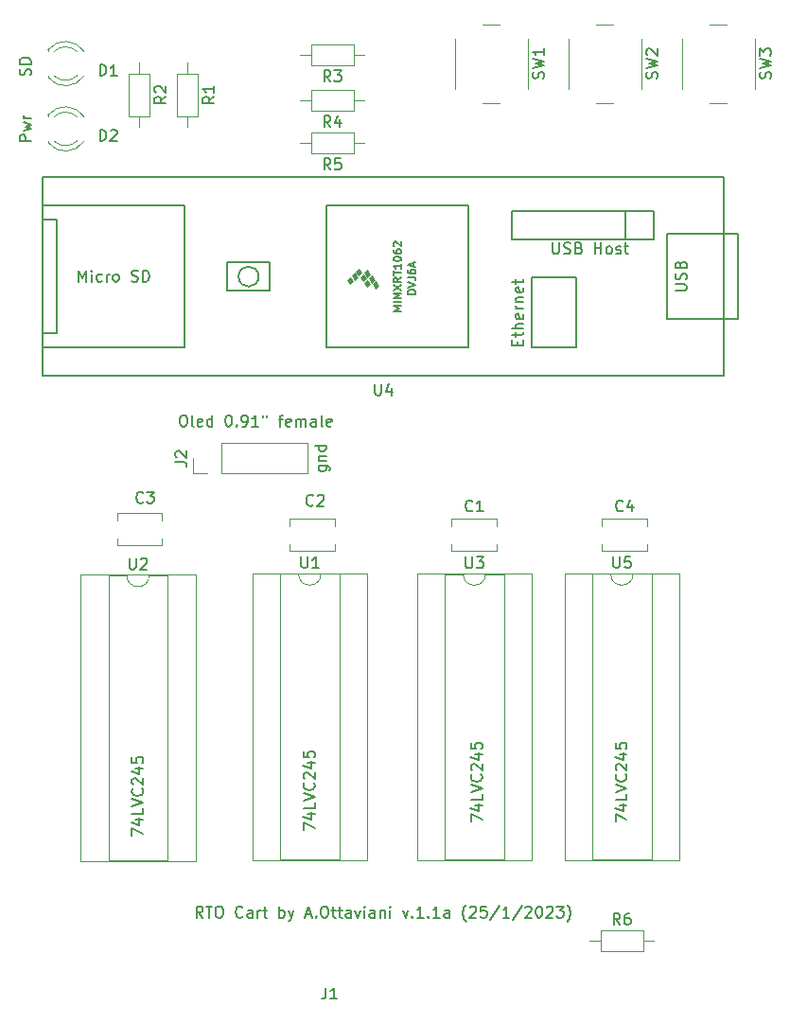
<source format=gto>
G04 #@! TF.GenerationSoftware,KiCad,Pcbnew,(6.0.6)*
G04 #@! TF.CreationDate,2023-01-25T21:08:39+01:00*
G04 #@! TF.ProjectId,RTO_cart,52544f5f-6361-4727-942e-6b696361645f,rev?*
G04 #@! TF.SameCoordinates,Original*
G04 #@! TF.FileFunction,Legend,Top*
G04 #@! TF.FilePolarity,Positive*
%FSLAX46Y46*%
G04 Gerber Fmt 4.6, Leading zero omitted, Abs format (unit mm)*
G04 Created by KiCad (PCBNEW (6.0.6)) date 2023-01-25 21:08:39*
%MOMM*%
%LPD*%
G01*
G04 APERTURE LIST*
%ADD10C,0.150000*%
%ADD11C,0.120000*%
%ADD12C,0.100000*%
%ADD13C,1.600000*%
%ADD14R,1.600000X1.600000*%
%ADD15O,1.600000X1.600000*%
%ADD16C,1.400000*%
%ADD17O,1.400000X1.400000*%
%ADD18R,1.300000X1.300000*%
%ADD19C,1.300000*%
%ADD20R,1.800000X1.800000*%
%ADD21C,1.800000*%
%ADD22C,2.000000*%
%ADD23R,1.700000X1.700000*%
%ADD24O,1.700000X1.700000*%
%ADD25R,1.270000X8.840000*%
G04 APERTURE END LIST*
D10*
X112053714Y-135056476D02*
X112863238Y-135056476D01*
X112958476Y-135104095D01*
X113006095Y-135151714D01*
X113053714Y-135246952D01*
X113053714Y-135389809D01*
X113006095Y-135485047D01*
X112672761Y-135056476D02*
X112720380Y-135151714D01*
X112720380Y-135342190D01*
X112672761Y-135437428D01*
X112625142Y-135485047D01*
X112529904Y-135532666D01*
X112244190Y-135532666D01*
X112148952Y-135485047D01*
X112101333Y-135437428D01*
X112053714Y-135342190D01*
X112053714Y-135151714D01*
X112101333Y-135056476D01*
X112053714Y-134580285D02*
X112720380Y-134580285D01*
X112148952Y-134580285D02*
X112101333Y-134532666D01*
X112053714Y-134437428D01*
X112053714Y-134294571D01*
X112101333Y-134199333D01*
X112196571Y-134151714D01*
X112720380Y-134151714D01*
X112720380Y-133246952D02*
X111720380Y-133246952D01*
X112672761Y-133246952D02*
X112720380Y-133342190D01*
X112720380Y-133532666D01*
X112672761Y-133627904D01*
X112625142Y-133675523D01*
X112529904Y-133723142D01*
X112244190Y-133723142D01*
X112148952Y-133675523D01*
X112101333Y-133627904D01*
X112053714Y-133532666D01*
X112053714Y-133342190D01*
X112101333Y-133246952D01*
X86256761Y-100099714D02*
X86304380Y-99956857D01*
X86304380Y-99718761D01*
X86256761Y-99623523D01*
X86209142Y-99575904D01*
X86113904Y-99528285D01*
X86018666Y-99528285D01*
X85923428Y-99575904D01*
X85875809Y-99623523D01*
X85828190Y-99718761D01*
X85780571Y-99909238D01*
X85732952Y-100004476D01*
X85685333Y-100052095D01*
X85590095Y-100099714D01*
X85494857Y-100099714D01*
X85399619Y-100052095D01*
X85352000Y-100004476D01*
X85304380Y-99909238D01*
X85304380Y-99671142D01*
X85352000Y-99528285D01*
X86304380Y-99099714D02*
X85304380Y-99099714D01*
X85304380Y-98861619D01*
X85352000Y-98718761D01*
X85447238Y-98623523D01*
X85542476Y-98575904D01*
X85732952Y-98528285D01*
X85875809Y-98528285D01*
X86066285Y-98575904D01*
X86161523Y-98623523D01*
X86256761Y-98718761D01*
X86304380Y-98861619D01*
X86304380Y-99099714D01*
X101689333Y-175458380D02*
X101356000Y-174982190D01*
X101117904Y-175458380D02*
X101117904Y-174458380D01*
X101498857Y-174458380D01*
X101594095Y-174506000D01*
X101641714Y-174553619D01*
X101689333Y-174648857D01*
X101689333Y-174791714D01*
X101641714Y-174886952D01*
X101594095Y-174934571D01*
X101498857Y-174982190D01*
X101117904Y-174982190D01*
X101975047Y-174458380D02*
X102546476Y-174458380D01*
X102260761Y-175458380D02*
X102260761Y-174458380D01*
X103070285Y-174458380D02*
X103260761Y-174458380D01*
X103356000Y-174506000D01*
X103451238Y-174601238D01*
X103498857Y-174791714D01*
X103498857Y-175125047D01*
X103451238Y-175315523D01*
X103356000Y-175410761D01*
X103260761Y-175458380D01*
X103070285Y-175458380D01*
X102975047Y-175410761D01*
X102879809Y-175315523D01*
X102832190Y-175125047D01*
X102832190Y-174791714D01*
X102879809Y-174601238D01*
X102975047Y-174506000D01*
X103070285Y-174458380D01*
X105260761Y-175363142D02*
X105213142Y-175410761D01*
X105070285Y-175458380D01*
X104975047Y-175458380D01*
X104832190Y-175410761D01*
X104736952Y-175315523D01*
X104689333Y-175220285D01*
X104641714Y-175029809D01*
X104641714Y-174886952D01*
X104689333Y-174696476D01*
X104736952Y-174601238D01*
X104832190Y-174506000D01*
X104975047Y-174458380D01*
X105070285Y-174458380D01*
X105213142Y-174506000D01*
X105260761Y-174553619D01*
X106117904Y-175458380D02*
X106117904Y-174934571D01*
X106070285Y-174839333D01*
X105975047Y-174791714D01*
X105784571Y-174791714D01*
X105689333Y-174839333D01*
X106117904Y-175410761D02*
X106022666Y-175458380D01*
X105784571Y-175458380D01*
X105689333Y-175410761D01*
X105641714Y-175315523D01*
X105641714Y-175220285D01*
X105689333Y-175125047D01*
X105784571Y-175077428D01*
X106022666Y-175077428D01*
X106117904Y-175029809D01*
X106594095Y-175458380D02*
X106594095Y-174791714D01*
X106594095Y-174982190D02*
X106641714Y-174886952D01*
X106689333Y-174839333D01*
X106784571Y-174791714D01*
X106879809Y-174791714D01*
X107070285Y-174791714D02*
X107451238Y-174791714D01*
X107213142Y-174458380D02*
X107213142Y-175315523D01*
X107260761Y-175410761D01*
X107356000Y-175458380D01*
X107451238Y-175458380D01*
X108546476Y-175458380D02*
X108546476Y-174458380D01*
X108546476Y-174839333D02*
X108641714Y-174791714D01*
X108832190Y-174791714D01*
X108927428Y-174839333D01*
X108975047Y-174886952D01*
X109022666Y-174982190D01*
X109022666Y-175267904D01*
X108975047Y-175363142D01*
X108927428Y-175410761D01*
X108832190Y-175458380D01*
X108641714Y-175458380D01*
X108546476Y-175410761D01*
X109356000Y-174791714D02*
X109594095Y-175458380D01*
X109832190Y-174791714D02*
X109594095Y-175458380D01*
X109498857Y-175696476D01*
X109451238Y-175744095D01*
X109356000Y-175791714D01*
X110927428Y-175172666D02*
X111403619Y-175172666D01*
X110832190Y-175458380D02*
X111165523Y-174458380D01*
X111498857Y-175458380D01*
X111832190Y-175363142D02*
X111879809Y-175410761D01*
X111832190Y-175458380D01*
X111784571Y-175410761D01*
X111832190Y-175363142D01*
X111832190Y-175458380D01*
X112498857Y-174458380D02*
X112689333Y-174458380D01*
X112784571Y-174506000D01*
X112879809Y-174601238D01*
X112927428Y-174791714D01*
X112927428Y-175125047D01*
X112879809Y-175315523D01*
X112784571Y-175410761D01*
X112689333Y-175458380D01*
X112498857Y-175458380D01*
X112403619Y-175410761D01*
X112308380Y-175315523D01*
X112260761Y-175125047D01*
X112260761Y-174791714D01*
X112308380Y-174601238D01*
X112403619Y-174506000D01*
X112498857Y-174458380D01*
X113213142Y-174791714D02*
X113594095Y-174791714D01*
X113356000Y-174458380D02*
X113356000Y-175315523D01*
X113403619Y-175410761D01*
X113498857Y-175458380D01*
X113594095Y-175458380D01*
X113784571Y-174791714D02*
X114165523Y-174791714D01*
X113927428Y-174458380D02*
X113927428Y-175315523D01*
X113975047Y-175410761D01*
X114070285Y-175458380D01*
X114165523Y-175458380D01*
X114927428Y-175458380D02*
X114927428Y-174934571D01*
X114879809Y-174839333D01*
X114784571Y-174791714D01*
X114594095Y-174791714D01*
X114498857Y-174839333D01*
X114927428Y-175410761D02*
X114832190Y-175458380D01*
X114594095Y-175458380D01*
X114498857Y-175410761D01*
X114451238Y-175315523D01*
X114451238Y-175220285D01*
X114498857Y-175125047D01*
X114594095Y-175077428D01*
X114832190Y-175077428D01*
X114927428Y-175029809D01*
X115308380Y-174791714D02*
X115546476Y-175458380D01*
X115784571Y-174791714D01*
X116165523Y-175458380D02*
X116165523Y-174791714D01*
X116165523Y-174458380D02*
X116117904Y-174506000D01*
X116165523Y-174553619D01*
X116213142Y-174506000D01*
X116165523Y-174458380D01*
X116165523Y-174553619D01*
X117070285Y-175458380D02*
X117070285Y-174934571D01*
X117022666Y-174839333D01*
X116927428Y-174791714D01*
X116736952Y-174791714D01*
X116641714Y-174839333D01*
X117070285Y-175410761D02*
X116975047Y-175458380D01*
X116736952Y-175458380D01*
X116641714Y-175410761D01*
X116594095Y-175315523D01*
X116594095Y-175220285D01*
X116641714Y-175125047D01*
X116736952Y-175077428D01*
X116975047Y-175077428D01*
X117070285Y-175029809D01*
X117546476Y-174791714D02*
X117546476Y-175458380D01*
X117546476Y-174886952D02*
X117594095Y-174839333D01*
X117689333Y-174791714D01*
X117832190Y-174791714D01*
X117927428Y-174839333D01*
X117975047Y-174934571D01*
X117975047Y-175458380D01*
X118451238Y-175458380D02*
X118451238Y-174791714D01*
X118451238Y-174458380D02*
X118403619Y-174506000D01*
X118451238Y-174553619D01*
X118498857Y-174506000D01*
X118451238Y-174458380D01*
X118451238Y-174553619D01*
X119594095Y-174791714D02*
X119832190Y-175458380D01*
X120070285Y-174791714D01*
X120451238Y-175363142D02*
X120498857Y-175410761D01*
X120451238Y-175458380D01*
X120403619Y-175410761D01*
X120451238Y-175363142D01*
X120451238Y-175458380D01*
X121451238Y-175458380D02*
X120879809Y-175458380D01*
X121165523Y-175458380D02*
X121165523Y-174458380D01*
X121070285Y-174601238D01*
X120975047Y-174696476D01*
X120879809Y-174744095D01*
X121879809Y-175363142D02*
X121927428Y-175410761D01*
X121879809Y-175458380D01*
X121832190Y-175410761D01*
X121879809Y-175363142D01*
X121879809Y-175458380D01*
X122879809Y-175458380D02*
X122308380Y-175458380D01*
X122594095Y-175458380D02*
X122594095Y-174458380D01*
X122498857Y-174601238D01*
X122403619Y-174696476D01*
X122308380Y-174744095D01*
X123736952Y-175458380D02*
X123736952Y-174934571D01*
X123689333Y-174839333D01*
X123594095Y-174791714D01*
X123403619Y-174791714D01*
X123308380Y-174839333D01*
X123736952Y-175410761D02*
X123641714Y-175458380D01*
X123403619Y-175458380D01*
X123308380Y-175410761D01*
X123260761Y-175315523D01*
X123260761Y-175220285D01*
X123308380Y-175125047D01*
X123403619Y-175077428D01*
X123641714Y-175077428D01*
X123736952Y-175029809D01*
X125260761Y-175839333D02*
X125213142Y-175791714D01*
X125117904Y-175648857D01*
X125070285Y-175553619D01*
X125022666Y-175410761D01*
X124975047Y-175172666D01*
X124975047Y-174982190D01*
X125022666Y-174744095D01*
X125070285Y-174601238D01*
X125117904Y-174506000D01*
X125213142Y-174363142D01*
X125260761Y-174315523D01*
X125594095Y-174553619D02*
X125641714Y-174506000D01*
X125736952Y-174458380D01*
X125975047Y-174458380D01*
X126070285Y-174506000D01*
X126117904Y-174553619D01*
X126165523Y-174648857D01*
X126165523Y-174744095D01*
X126117904Y-174886952D01*
X125546476Y-175458380D01*
X126165523Y-175458380D01*
X127070285Y-174458380D02*
X126594095Y-174458380D01*
X126546476Y-174934571D01*
X126594095Y-174886952D01*
X126689333Y-174839333D01*
X126927428Y-174839333D01*
X127022666Y-174886952D01*
X127070285Y-174934571D01*
X127117904Y-175029809D01*
X127117904Y-175267904D01*
X127070285Y-175363142D01*
X127022666Y-175410761D01*
X126927428Y-175458380D01*
X126689333Y-175458380D01*
X126594095Y-175410761D01*
X126546476Y-175363142D01*
X128260761Y-174410761D02*
X127403619Y-175696476D01*
X129117904Y-175458380D02*
X128546476Y-175458380D01*
X128832190Y-175458380D02*
X128832190Y-174458380D01*
X128736952Y-174601238D01*
X128641714Y-174696476D01*
X128546476Y-174744095D01*
X130260761Y-174410761D02*
X129403619Y-175696476D01*
X130546476Y-174553619D02*
X130594095Y-174506000D01*
X130689333Y-174458380D01*
X130927428Y-174458380D01*
X131022666Y-174506000D01*
X131070285Y-174553619D01*
X131117904Y-174648857D01*
X131117904Y-174744095D01*
X131070285Y-174886952D01*
X130498857Y-175458380D01*
X131117904Y-175458380D01*
X131736952Y-174458380D02*
X131832190Y-174458380D01*
X131927428Y-174506000D01*
X131975047Y-174553619D01*
X132022666Y-174648857D01*
X132070285Y-174839333D01*
X132070285Y-175077428D01*
X132022666Y-175267904D01*
X131975047Y-175363142D01*
X131927428Y-175410761D01*
X131832190Y-175458380D01*
X131736952Y-175458380D01*
X131641714Y-175410761D01*
X131594095Y-175363142D01*
X131546476Y-175267904D01*
X131498857Y-175077428D01*
X131498857Y-174839333D01*
X131546476Y-174648857D01*
X131594095Y-174553619D01*
X131641714Y-174506000D01*
X131736952Y-174458380D01*
X132451238Y-174553619D02*
X132498857Y-174506000D01*
X132594095Y-174458380D01*
X132832190Y-174458380D01*
X132927428Y-174506000D01*
X132975047Y-174553619D01*
X133022666Y-174648857D01*
X133022666Y-174744095D01*
X132975047Y-174886952D01*
X132403619Y-175458380D01*
X133022666Y-175458380D01*
X133355999Y-174458380D02*
X133975047Y-174458380D01*
X133641714Y-174839333D01*
X133784571Y-174839333D01*
X133879809Y-174886952D01*
X133927428Y-174934571D01*
X133975047Y-175029809D01*
X133975047Y-175267904D01*
X133927428Y-175363142D01*
X133879809Y-175410761D01*
X133784571Y-175458380D01*
X133498857Y-175458380D01*
X133403619Y-175410761D01*
X133355999Y-175363142D01*
X134308380Y-175839333D02*
X134356000Y-175791714D01*
X134451238Y-175648857D01*
X134498857Y-175553619D01*
X134546476Y-175410761D01*
X134594095Y-175172666D01*
X134594095Y-174982190D01*
X134546476Y-174744095D01*
X134498857Y-174601238D01*
X134451238Y-174506000D01*
X134356000Y-174363142D01*
X134308380Y-174315523D01*
X86304380Y-105997238D02*
X85304380Y-105997238D01*
X85304380Y-105616285D01*
X85352000Y-105521047D01*
X85399619Y-105473428D01*
X85494857Y-105425809D01*
X85637714Y-105425809D01*
X85732952Y-105473428D01*
X85780571Y-105521047D01*
X85828190Y-105616285D01*
X85828190Y-105997238D01*
X85637714Y-105092476D02*
X86304380Y-104902000D01*
X85828190Y-104711523D01*
X86304380Y-104521047D01*
X85637714Y-104330571D01*
X86304380Y-103949619D02*
X85637714Y-103949619D01*
X85828190Y-103949619D02*
X85732952Y-103902000D01*
X85685333Y-103854380D01*
X85637714Y-103759142D01*
X85637714Y-103663904D01*
X139279333Y-139031142D02*
X139231714Y-139078761D01*
X139088857Y-139126380D01*
X138993619Y-139126380D01*
X138850761Y-139078761D01*
X138755523Y-138983523D01*
X138707904Y-138888285D01*
X138660285Y-138697809D01*
X138660285Y-138554952D01*
X138707904Y-138364476D01*
X138755523Y-138269238D01*
X138850761Y-138174000D01*
X138993619Y-138126380D01*
X139088857Y-138126380D01*
X139231714Y-138174000D01*
X139279333Y-138221619D01*
X140136476Y-138459714D02*
X140136476Y-139126380D01*
X139898380Y-138078761D02*
X139660285Y-138793047D01*
X140279333Y-138793047D01*
X138430095Y-143172380D02*
X138430095Y-143981904D01*
X138477714Y-144077142D01*
X138525333Y-144124761D01*
X138620571Y-144172380D01*
X138811047Y-144172380D01*
X138906285Y-144124761D01*
X138953904Y-144077142D01*
X139001523Y-143981904D01*
X139001523Y-143172380D01*
X139953904Y-143172380D02*
X139477714Y-143172380D01*
X139430095Y-143648571D01*
X139477714Y-143600952D01*
X139572952Y-143553333D01*
X139811047Y-143553333D01*
X139906285Y-143600952D01*
X139953904Y-143648571D01*
X140001523Y-143743809D01*
X140001523Y-143981904D01*
X139953904Y-144077142D01*
X139906285Y-144124761D01*
X139811047Y-144172380D01*
X139572952Y-144172380D01*
X139477714Y-144124761D01*
X139430095Y-144077142D01*
X138634380Y-166888428D02*
X138634380Y-166221761D01*
X139634380Y-166650333D01*
X138967714Y-165412238D02*
X139634380Y-165412238D01*
X138586761Y-165650333D02*
X139301047Y-165888428D01*
X139301047Y-165269380D01*
X139634380Y-164412238D02*
X139634380Y-164888428D01*
X138634380Y-164888428D01*
X138634380Y-164221761D02*
X139634380Y-163888428D01*
X138634380Y-163555095D01*
X139539142Y-162650333D02*
X139586761Y-162697952D01*
X139634380Y-162840809D01*
X139634380Y-162936047D01*
X139586761Y-163078904D01*
X139491523Y-163174142D01*
X139396285Y-163221761D01*
X139205809Y-163269380D01*
X139062952Y-163269380D01*
X138872476Y-163221761D01*
X138777238Y-163174142D01*
X138682000Y-163078904D01*
X138634380Y-162936047D01*
X138634380Y-162840809D01*
X138682000Y-162697952D01*
X138729619Y-162650333D01*
X138729619Y-162269380D02*
X138682000Y-162221761D01*
X138634380Y-162126523D01*
X138634380Y-161888428D01*
X138682000Y-161793190D01*
X138729619Y-161745571D01*
X138824857Y-161697952D01*
X138920095Y-161697952D01*
X139062952Y-161745571D01*
X139634380Y-162317000D01*
X139634380Y-161697952D01*
X138967714Y-160840809D02*
X139634380Y-160840809D01*
X138586761Y-161078904D02*
X139301047Y-161317000D01*
X139301047Y-160697952D01*
X138634380Y-159840809D02*
X138634380Y-160317000D01*
X139110571Y-160364619D01*
X139062952Y-160317000D01*
X139015333Y-160221761D01*
X139015333Y-159983666D01*
X139062952Y-159888428D01*
X139110571Y-159840809D01*
X139205809Y-159793190D01*
X139443904Y-159793190D01*
X139539142Y-159840809D01*
X139586761Y-159888428D01*
X139634380Y-159983666D01*
X139634380Y-160221761D01*
X139586761Y-160317000D01*
X139539142Y-160364619D01*
X139025333Y-176078380D02*
X138692000Y-175602190D01*
X138453904Y-176078380D02*
X138453904Y-175078380D01*
X138834857Y-175078380D01*
X138930095Y-175126000D01*
X138977714Y-175173619D01*
X139025333Y-175268857D01*
X139025333Y-175411714D01*
X138977714Y-175506952D01*
X138930095Y-175554571D01*
X138834857Y-175602190D01*
X138453904Y-175602190D01*
X139882476Y-175078380D02*
X139692000Y-175078380D01*
X139596761Y-175126000D01*
X139549142Y-175173619D01*
X139453904Y-175316476D01*
X139406285Y-175506952D01*
X139406285Y-175887904D01*
X139453904Y-175983142D01*
X139501523Y-176030761D01*
X139596761Y-176078380D01*
X139787238Y-176078380D01*
X139882476Y-176030761D01*
X139930095Y-175983142D01*
X139977714Y-175887904D01*
X139977714Y-175649809D01*
X139930095Y-175554571D01*
X139882476Y-175506952D01*
X139787238Y-175459333D01*
X139596761Y-175459333D01*
X139501523Y-175506952D01*
X139453904Y-175554571D01*
X139406285Y-175649809D01*
X113117333Y-108544380D02*
X112784000Y-108068190D01*
X112545904Y-108544380D02*
X112545904Y-107544380D01*
X112926857Y-107544380D01*
X113022095Y-107592000D01*
X113069714Y-107639619D01*
X113117333Y-107734857D01*
X113117333Y-107877714D01*
X113069714Y-107972952D01*
X113022095Y-108020571D01*
X112926857Y-108068190D01*
X112545904Y-108068190D01*
X114022095Y-107544380D02*
X113545904Y-107544380D01*
X113498285Y-108020571D01*
X113545904Y-107972952D01*
X113641142Y-107925333D01*
X113879238Y-107925333D01*
X113974476Y-107972952D01*
X114022095Y-108020571D01*
X114069714Y-108115809D01*
X114069714Y-108353904D01*
X114022095Y-108449142D01*
X113974476Y-108496761D01*
X113879238Y-108544380D01*
X113641142Y-108544380D01*
X113545904Y-108496761D01*
X113498285Y-108449142D01*
X102702380Y-102020666D02*
X102226190Y-102354000D01*
X102702380Y-102592095D02*
X101702380Y-102592095D01*
X101702380Y-102211142D01*
X101750000Y-102115904D01*
X101797619Y-102068285D01*
X101892857Y-102020666D01*
X102035714Y-102020666D01*
X102130952Y-102068285D01*
X102178571Y-102115904D01*
X102226190Y-102211142D01*
X102226190Y-102592095D01*
X102702380Y-101068285D02*
X102702380Y-101639714D01*
X102702380Y-101354000D02*
X101702380Y-101354000D01*
X101845238Y-101449238D01*
X101940476Y-101544476D01*
X101988095Y-101639714D01*
X117094095Y-127722380D02*
X117094095Y-128531904D01*
X117141714Y-128627142D01*
X117189333Y-128674761D01*
X117284571Y-128722380D01*
X117475047Y-128722380D01*
X117570285Y-128674761D01*
X117617904Y-128627142D01*
X117665523Y-128531904D01*
X117665523Y-127722380D01*
X118570285Y-128055714D02*
X118570285Y-128722380D01*
X118332190Y-127674761D02*
X118094095Y-128389047D01*
X118713142Y-128389047D01*
X119442666Y-121193333D02*
X118742666Y-121193333D01*
X119242666Y-120960000D01*
X118742666Y-120726666D01*
X119442666Y-120726666D01*
X119442666Y-120393333D02*
X118742666Y-120393333D01*
X119442666Y-120060000D02*
X118742666Y-120060000D01*
X119242666Y-119826666D01*
X118742666Y-119593333D01*
X119442666Y-119593333D01*
X118742666Y-119326666D02*
X119442666Y-118860000D01*
X118742666Y-118860000D02*
X119442666Y-119326666D01*
X119442666Y-118193333D02*
X119109333Y-118426666D01*
X119442666Y-118593333D02*
X118742666Y-118593333D01*
X118742666Y-118326666D01*
X118776000Y-118260000D01*
X118809333Y-118226666D01*
X118876000Y-118193333D01*
X118976000Y-118193333D01*
X119042666Y-118226666D01*
X119076000Y-118260000D01*
X119109333Y-118326666D01*
X119109333Y-118593333D01*
X118742666Y-117993333D02*
X118742666Y-117593333D01*
X119442666Y-117793333D02*
X118742666Y-117793333D01*
X119442666Y-116993333D02*
X119442666Y-117393333D01*
X119442666Y-117193333D02*
X118742666Y-117193333D01*
X118842666Y-117260000D01*
X118909333Y-117326666D01*
X118942666Y-117393333D01*
X118742666Y-116560000D02*
X118742666Y-116493333D01*
X118776000Y-116426666D01*
X118809333Y-116393333D01*
X118876000Y-116360000D01*
X119009333Y-116326666D01*
X119176000Y-116326666D01*
X119309333Y-116360000D01*
X119376000Y-116393333D01*
X119409333Y-116426666D01*
X119442666Y-116493333D01*
X119442666Y-116560000D01*
X119409333Y-116626666D01*
X119376000Y-116660000D01*
X119309333Y-116693333D01*
X119176000Y-116726666D01*
X119009333Y-116726666D01*
X118876000Y-116693333D01*
X118809333Y-116660000D01*
X118776000Y-116626666D01*
X118742666Y-116560000D01*
X118742666Y-115726666D02*
X118742666Y-115860000D01*
X118776000Y-115926666D01*
X118809333Y-115960000D01*
X118909333Y-116026666D01*
X119042666Y-116060000D01*
X119309333Y-116060000D01*
X119376000Y-116026666D01*
X119409333Y-115993333D01*
X119442666Y-115926666D01*
X119442666Y-115793333D01*
X119409333Y-115726666D01*
X119376000Y-115693333D01*
X119309333Y-115660000D01*
X119142666Y-115660000D01*
X119076000Y-115693333D01*
X119042666Y-115726666D01*
X119009333Y-115793333D01*
X119009333Y-115926666D01*
X119042666Y-115993333D01*
X119076000Y-116026666D01*
X119142666Y-116060000D01*
X118809333Y-115393333D02*
X118776000Y-115360000D01*
X118742666Y-115293333D01*
X118742666Y-115126666D01*
X118776000Y-115060000D01*
X118809333Y-115026666D01*
X118876000Y-114993333D01*
X118942666Y-114993333D01*
X119042666Y-115026666D01*
X119442666Y-115426666D01*
X119442666Y-114993333D01*
X90606952Y-118562380D02*
X90606952Y-117562380D01*
X90940285Y-118276666D01*
X91273619Y-117562380D01*
X91273619Y-118562380D01*
X91749809Y-118562380D02*
X91749809Y-117895714D01*
X91749809Y-117562380D02*
X91702190Y-117610000D01*
X91749809Y-117657619D01*
X91797428Y-117610000D01*
X91749809Y-117562380D01*
X91749809Y-117657619D01*
X92654571Y-118514761D02*
X92559333Y-118562380D01*
X92368857Y-118562380D01*
X92273619Y-118514761D01*
X92226000Y-118467142D01*
X92178380Y-118371904D01*
X92178380Y-118086190D01*
X92226000Y-117990952D01*
X92273619Y-117943333D01*
X92368857Y-117895714D01*
X92559333Y-117895714D01*
X92654571Y-117943333D01*
X93083142Y-118562380D02*
X93083142Y-117895714D01*
X93083142Y-118086190D02*
X93130761Y-117990952D01*
X93178380Y-117943333D01*
X93273619Y-117895714D01*
X93368857Y-117895714D01*
X93845047Y-118562380D02*
X93749809Y-118514761D01*
X93702190Y-118467142D01*
X93654571Y-118371904D01*
X93654571Y-118086190D01*
X93702190Y-117990952D01*
X93749809Y-117943333D01*
X93845047Y-117895714D01*
X93987904Y-117895714D01*
X94083142Y-117943333D01*
X94130761Y-117990952D01*
X94178380Y-118086190D01*
X94178380Y-118371904D01*
X94130761Y-118467142D01*
X94083142Y-118514761D01*
X93987904Y-118562380D01*
X93845047Y-118562380D01*
X95321238Y-118514761D02*
X95464095Y-118562380D01*
X95702190Y-118562380D01*
X95797428Y-118514761D01*
X95845047Y-118467142D01*
X95892666Y-118371904D01*
X95892666Y-118276666D01*
X95845047Y-118181428D01*
X95797428Y-118133809D01*
X95702190Y-118086190D01*
X95511714Y-118038571D01*
X95416476Y-117990952D01*
X95368857Y-117943333D01*
X95321238Y-117848095D01*
X95321238Y-117752857D01*
X95368857Y-117657619D01*
X95416476Y-117610000D01*
X95511714Y-117562380D01*
X95749809Y-117562380D01*
X95892666Y-117610000D01*
X96321238Y-118562380D02*
X96321238Y-117562380D01*
X96559333Y-117562380D01*
X96702190Y-117610000D01*
X96797428Y-117705238D01*
X96845047Y-117800476D01*
X96892666Y-117990952D01*
X96892666Y-118133809D01*
X96845047Y-118324285D01*
X96797428Y-118419523D01*
X96702190Y-118514761D01*
X96559333Y-118562380D01*
X96321238Y-118562380D01*
X143978380Y-119371904D02*
X144787904Y-119371904D01*
X144883142Y-119324285D01*
X144930761Y-119276666D01*
X144978380Y-119181428D01*
X144978380Y-118990952D01*
X144930761Y-118895714D01*
X144883142Y-118848095D01*
X144787904Y-118800476D01*
X143978380Y-118800476D01*
X144930761Y-118371904D02*
X144978380Y-118229047D01*
X144978380Y-117990952D01*
X144930761Y-117895714D01*
X144883142Y-117848095D01*
X144787904Y-117800476D01*
X144692666Y-117800476D01*
X144597428Y-117848095D01*
X144549809Y-117895714D01*
X144502190Y-117990952D01*
X144454571Y-118181428D01*
X144406952Y-118276666D01*
X144359333Y-118324285D01*
X144264095Y-118371904D01*
X144168857Y-118371904D01*
X144073619Y-118324285D01*
X144026000Y-118276666D01*
X143978380Y-118181428D01*
X143978380Y-117943333D01*
X144026000Y-117800476D01*
X144454571Y-117038571D02*
X144502190Y-116895714D01*
X144549809Y-116848095D01*
X144645047Y-116800476D01*
X144787904Y-116800476D01*
X144883142Y-116848095D01*
X144930761Y-116895714D01*
X144978380Y-116990952D01*
X144978380Y-117371904D01*
X143978380Y-117371904D01*
X143978380Y-117038571D01*
X144026000Y-116943333D01*
X144073619Y-116895714D01*
X144168857Y-116848095D01*
X144264095Y-116848095D01*
X144359333Y-116895714D01*
X144406952Y-116943333D01*
X144454571Y-117038571D01*
X144454571Y-117371904D01*
X129849571Y-124243742D02*
X129849571Y-123910409D01*
X130373380Y-123767552D02*
X130373380Y-124243742D01*
X129373380Y-124243742D01*
X129373380Y-123767552D01*
X129706714Y-123481838D02*
X129706714Y-123100885D01*
X129373380Y-123338980D02*
X130230523Y-123338980D01*
X130325761Y-123291361D01*
X130373380Y-123196123D01*
X130373380Y-123100885D01*
X130373380Y-122767552D02*
X129373380Y-122767552D01*
X130373380Y-122338980D02*
X129849571Y-122338980D01*
X129754333Y-122386600D01*
X129706714Y-122481838D01*
X129706714Y-122624695D01*
X129754333Y-122719933D01*
X129801952Y-122767552D01*
X130325761Y-121481838D02*
X130373380Y-121577076D01*
X130373380Y-121767552D01*
X130325761Y-121862790D01*
X130230523Y-121910409D01*
X129849571Y-121910409D01*
X129754333Y-121862790D01*
X129706714Y-121767552D01*
X129706714Y-121577076D01*
X129754333Y-121481838D01*
X129849571Y-121434219D01*
X129944809Y-121434219D01*
X130040047Y-121910409D01*
X130373380Y-121005647D02*
X129706714Y-121005647D01*
X129897190Y-121005647D02*
X129801952Y-120958028D01*
X129754333Y-120910409D01*
X129706714Y-120815171D01*
X129706714Y-120719933D01*
X129706714Y-120386600D02*
X130373380Y-120386600D01*
X129801952Y-120386600D02*
X129754333Y-120338980D01*
X129706714Y-120243742D01*
X129706714Y-120100885D01*
X129754333Y-120005647D01*
X129849571Y-119958028D01*
X130373380Y-119958028D01*
X130325761Y-119100885D02*
X130373380Y-119196123D01*
X130373380Y-119386600D01*
X130325761Y-119481838D01*
X130230523Y-119529457D01*
X129849571Y-119529457D01*
X129754333Y-119481838D01*
X129706714Y-119386600D01*
X129706714Y-119196123D01*
X129754333Y-119100885D01*
X129849571Y-119053266D01*
X129944809Y-119053266D01*
X130040047Y-119529457D01*
X129706714Y-118767552D02*
X129706714Y-118386600D01*
X129373380Y-118624695D02*
X130230523Y-118624695D01*
X130325761Y-118577076D01*
X130373380Y-118481838D01*
X130373380Y-118386600D01*
X133012276Y-115073180D02*
X133012276Y-115882704D01*
X133059895Y-115977942D01*
X133107514Y-116025561D01*
X133202752Y-116073180D01*
X133393228Y-116073180D01*
X133488466Y-116025561D01*
X133536085Y-115977942D01*
X133583704Y-115882704D01*
X133583704Y-115073180D01*
X134012276Y-116025561D02*
X134155133Y-116073180D01*
X134393228Y-116073180D01*
X134488466Y-116025561D01*
X134536085Y-115977942D01*
X134583704Y-115882704D01*
X134583704Y-115787466D01*
X134536085Y-115692228D01*
X134488466Y-115644609D01*
X134393228Y-115596990D01*
X134202752Y-115549371D01*
X134107514Y-115501752D01*
X134059895Y-115454133D01*
X134012276Y-115358895D01*
X134012276Y-115263657D01*
X134059895Y-115168419D01*
X134107514Y-115120800D01*
X134202752Y-115073180D01*
X134440847Y-115073180D01*
X134583704Y-115120800D01*
X135345609Y-115549371D02*
X135488466Y-115596990D01*
X135536085Y-115644609D01*
X135583704Y-115739847D01*
X135583704Y-115882704D01*
X135536085Y-115977942D01*
X135488466Y-116025561D01*
X135393228Y-116073180D01*
X135012276Y-116073180D01*
X135012276Y-115073180D01*
X135345609Y-115073180D01*
X135440847Y-115120800D01*
X135488466Y-115168419D01*
X135536085Y-115263657D01*
X135536085Y-115358895D01*
X135488466Y-115454133D01*
X135440847Y-115501752D01*
X135345609Y-115549371D01*
X135012276Y-115549371D01*
X136774180Y-116073180D02*
X136774180Y-115073180D01*
X136774180Y-115549371D02*
X137345609Y-115549371D01*
X137345609Y-116073180D02*
X137345609Y-115073180D01*
X137964657Y-116073180D02*
X137869419Y-116025561D01*
X137821800Y-115977942D01*
X137774180Y-115882704D01*
X137774180Y-115596990D01*
X137821800Y-115501752D01*
X137869419Y-115454133D01*
X137964657Y-115406514D01*
X138107514Y-115406514D01*
X138202752Y-115454133D01*
X138250371Y-115501752D01*
X138297990Y-115596990D01*
X138297990Y-115882704D01*
X138250371Y-115977942D01*
X138202752Y-116025561D01*
X138107514Y-116073180D01*
X137964657Y-116073180D01*
X138678942Y-116025561D02*
X138774180Y-116073180D01*
X138964657Y-116073180D01*
X139059895Y-116025561D01*
X139107514Y-115930323D01*
X139107514Y-115882704D01*
X139059895Y-115787466D01*
X138964657Y-115739847D01*
X138821800Y-115739847D01*
X138726561Y-115692228D01*
X138678942Y-115596990D01*
X138678942Y-115549371D01*
X138726561Y-115454133D01*
X138821800Y-115406514D01*
X138964657Y-115406514D01*
X139059895Y-115454133D01*
X139393228Y-115406514D02*
X139774180Y-115406514D01*
X139536085Y-115073180D02*
X139536085Y-115930323D01*
X139583704Y-116025561D01*
X139678942Y-116073180D01*
X139774180Y-116073180D01*
X120712666Y-119673333D02*
X120012666Y-119673333D01*
X120012666Y-119506666D01*
X120046000Y-119406666D01*
X120112666Y-119340000D01*
X120179333Y-119306666D01*
X120312666Y-119273333D01*
X120412666Y-119273333D01*
X120546000Y-119306666D01*
X120612666Y-119340000D01*
X120679333Y-119406666D01*
X120712666Y-119506666D01*
X120712666Y-119673333D01*
X120012666Y-119073333D02*
X120712666Y-118840000D01*
X120012666Y-118606666D01*
X120012666Y-118173333D02*
X120512666Y-118173333D01*
X120612666Y-118206666D01*
X120679333Y-118273333D01*
X120712666Y-118373333D01*
X120712666Y-118440000D01*
X120012666Y-117540000D02*
X120012666Y-117673333D01*
X120046000Y-117740000D01*
X120079333Y-117773333D01*
X120179333Y-117840000D01*
X120312666Y-117873333D01*
X120579333Y-117873333D01*
X120646000Y-117840000D01*
X120679333Y-117806666D01*
X120712666Y-117740000D01*
X120712666Y-117606666D01*
X120679333Y-117540000D01*
X120646000Y-117506666D01*
X120579333Y-117473333D01*
X120412666Y-117473333D01*
X120346000Y-117506666D01*
X120312666Y-117540000D01*
X120279333Y-117606666D01*
X120279333Y-117740000D01*
X120312666Y-117806666D01*
X120346000Y-117840000D01*
X120412666Y-117873333D01*
X120512666Y-117206666D02*
X120512666Y-116873333D01*
X120712666Y-117273333D02*
X120012666Y-117040000D01*
X120712666Y-116806666D01*
X92484904Y-105989380D02*
X92484904Y-104989380D01*
X92723000Y-104989380D01*
X92865857Y-105037000D01*
X92961095Y-105132238D01*
X93008714Y-105227476D01*
X93056333Y-105417952D01*
X93056333Y-105560809D01*
X93008714Y-105751285D01*
X92961095Y-105846523D01*
X92865857Y-105941761D01*
X92723000Y-105989380D01*
X92484904Y-105989380D01*
X93437285Y-105084619D02*
X93484904Y-105037000D01*
X93580142Y-104989380D01*
X93818238Y-104989380D01*
X93913476Y-105037000D01*
X93961095Y-105084619D01*
X94008714Y-105179857D01*
X94008714Y-105275095D01*
X93961095Y-105417952D01*
X93389666Y-105989380D01*
X94008714Y-105989380D01*
X132162761Y-100393333D02*
X132210380Y-100250476D01*
X132210380Y-100012380D01*
X132162761Y-99917142D01*
X132115142Y-99869523D01*
X132019904Y-99821904D01*
X131924666Y-99821904D01*
X131829428Y-99869523D01*
X131781809Y-99917142D01*
X131734190Y-100012380D01*
X131686571Y-100202857D01*
X131638952Y-100298095D01*
X131591333Y-100345714D01*
X131496095Y-100393333D01*
X131400857Y-100393333D01*
X131305619Y-100345714D01*
X131258000Y-100298095D01*
X131210380Y-100202857D01*
X131210380Y-99964761D01*
X131258000Y-99821904D01*
X131210380Y-99488571D02*
X132210380Y-99250476D01*
X131496095Y-99060000D01*
X132210380Y-98869523D01*
X131210380Y-98631428D01*
X132210380Y-97726666D02*
X132210380Y-98298095D01*
X132210380Y-98012380D02*
X131210380Y-98012380D01*
X131353238Y-98107619D01*
X131448476Y-98202857D01*
X131496095Y-98298095D01*
X113117333Y-100670380D02*
X112784000Y-100194190D01*
X112545904Y-100670380D02*
X112545904Y-99670380D01*
X112926857Y-99670380D01*
X113022095Y-99718000D01*
X113069714Y-99765619D01*
X113117333Y-99860857D01*
X113117333Y-100003714D01*
X113069714Y-100098952D01*
X113022095Y-100146571D01*
X112926857Y-100194190D01*
X112545904Y-100194190D01*
X113450666Y-99670380D02*
X114069714Y-99670380D01*
X113736380Y-100051333D01*
X113879238Y-100051333D01*
X113974476Y-100098952D01*
X114022095Y-100146571D01*
X114069714Y-100241809D01*
X114069714Y-100479904D01*
X114022095Y-100575142D01*
X113974476Y-100622761D01*
X113879238Y-100670380D01*
X113593523Y-100670380D01*
X113498285Y-100622761D01*
X113450666Y-100575142D01*
X152482761Y-100393333D02*
X152530380Y-100250476D01*
X152530380Y-100012380D01*
X152482761Y-99917142D01*
X152435142Y-99869523D01*
X152339904Y-99821904D01*
X152244666Y-99821904D01*
X152149428Y-99869523D01*
X152101809Y-99917142D01*
X152054190Y-100012380D01*
X152006571Y-100202857D01*
X151958952Y-100298095D01*
X151911333Y-100345714D01*
X151816095Y-100393333D01*
X151720857Y-100393333D01*
X151625619Y-100345714D01*
X151578000Y-100298095D01*
X151530380Y-100202857D01*
X151530380Y-99964761D01*
X151578000Y-99821904D01*
X151530380Y-99488571D02*
X152530380Y-99250476D01*
X151816095Y-99060000D01*
X152530380Y-98869523D01*
X151530380Y-98631428D01*
X151530380Y-98345714D02*
X151530380Y-97726666D01*
X151911333Y-98060000D01*
X151911333Y-97917142D01*
X151958952Y-97821904D01*
X152006571Y-97774285D01*
X152101809Y-97726666D01*
X152339904Y-97726666D01*
X152435142Y-97774285D01*
X152482761Y-97821904D01*
X152530380Y-97917142D01*
X152530380Y-98202857D01*
X152482761Y-98298095D01*
X152435142Y-98345714D01*
X142322761Y-100393333D02*
X142370380Y-100250476D01*
X142370380Y-100012380D01*
X142322761Y-99917142D01*
X142275142Y-99869523D01*
X142179904Y-99821904D01*
X142084666Y-99821904D01*
X141989428Y-99869523D01*
X141941809Y-99917142D01*
X141894190Y-100012380D01*
X141846571Y-100202857D01*
X141798952Y-100298095D01*
X141751333Y-100345714D01*
X141656095Y-100393333D01*
X141560857Y-100393333D01*
X141465619Y-100345714D01*
X141418000Y-100298095D01*
X141370380Y-100202857D01*
X141370380Y-99964761D01*
X141418000Y-99821904D01*
X141370380Y-99488571D02*
X142370380Y-99250476D01*
X141656095Y-99060000D01*
X142370380Y-98869523D01*
X141370380Y-98631428D01*
X141465619Y-98298095D02*
X141418000Y-98250476D01*
X141370380Y-98155238D01*
X141370380Y-97917142D01*
X141418000Y-97821904D01*
X141465619Y-97774285D01*
X141560857Y-97726666D01*
X141656095Y-97726666D01*
X141798952Y-97774285D01*
X142370380Y-98345714D01*
X142370380Y-97726666D01*
X99240380Y-134699333D02*
X99954666Y-134699333D01*
X100097523Y-134746952D01*
X100192761Y-134842190D01*
X100240380Y-134985047D01*
X100240380Y-135080285D01*
X99335619Y-134270761D02*
X99288000Y-134223142D01*
X99240380Y-134127904D01*
X99240380Y-133889809D01*
X99288000Y-133794571D01*
X99335619Y-133746952D01*
X99430857Y-133699333D01*
X99526095Y-133699333D01*
X99668952Y-133746952D01*
X100240380Y-134318380D01*
X100240380Y-133699333D01*
X99864571Y-130516380D02*
X100055047Y-130516380D01*
X100150285Y-130564000D01*
X100245523Y-130659238D01*
X100293142Y-130849714D01*
X100293142Y-131183047D01*
X100245523Y-131373523D01*
X100150285Y-131468761D01*
X100055047Y-131516380D01*
X99864571Y-131516380D01*
X99769333Y-131468761D01*
X99674095Y-131373523D01*
X99626476Y-131183047D01*
X99626476Y-130849714D01*
X99674095Y-130659238D01*
X99769333Y-130564000D01*
X99864571Y-130516380D01*
X100864571Y-131516380D02*
X100769333Y-131468761D01*
X100721714Y-131373523D01*
X100721714Y-130516380D01*
X101626476Y-131468761D02*
X101531238Y-131516380D01*
X101340761Y-131516380D01*
X101245523Y-131468761D01*
X101197904Y-131373523D01*
X101197904Y-130992571D01*
X101245523Y-130897333D01*
X101340761Y-130849714D01*
X101531238Y-130849714D01*
X101626476Y-130897333D01*
X101674095Y-130992571D01*
X101674095Y-131087809D01*
X101197904Y-131183047D01*
X102531238Y-131516380D02*
X102531238Y-130516380D01*
X102531238Y-131468761D02*
X102436000Y-131516380D01*
X102245523Y-131516380D01*
X102150285Y-131468761D01*
X102102666Y-131421142D01*
X102055047Y-131325904D01*
X102055047Y-131040190D01*
X102102666Y-130944952D01*
X102150285Y-130897333D01*
X102245523Y-130849714D01*
X102436000Y-130849714D01*
X102531238Y-130897333D01*
X103959809Y-130516380D02*
X104055047Y-130516380D01*
X104150285Y-130564000D01*
X104197904Y-130611619D01*
X104245523Y-130706857D01*
X104293142Y-130897333D01*
X104293142Y-131135428D01*
X104245523Y-131325904D01*
X104197904Y-131421142D01*
X104150285Y-131468761D01*
X104055047Y-131516380D01*
X103959809Y-131516380D01*
X103864571Y-131468761D01*
X103816952Y-131421142D01*
X103769333Y-131325904D01*
X103721714Y-131135428D01*
X103721714Y-130897333D01*
X103769333Y-130706857D01*
X103816952Y-130611619D01*
X103864571Y-130564000D01*
X103959809Y-130516380D01*
X104721714Y-131421142D02*
X104769333Y-131468761D01*
X104721714Y-131516380D01*
X104674095Y-131468761D01*
X104721714Y-131421142D01*
X104721714Y-131516380D01*
X105245523Y-131516380D02*
X105436000Y-131516380D01*
X105531238Y-131468761D01*
X105578857Y-131421142D01*
X105674095Y-131278285D01*
X105721714Y-131087809D01*
X105721714Y-130706857D01*
X105674095Y-130611619D01*
X105626476Y-130564000D01*
X105531238Y-130516380D01*
X105340761Y-130516380D01*
X105245523Y-130564000D01*
X105197904Y-130611619D01*
X105150285Y-130706857D01*
X105150285Y-130944952D01*
X105197904Y-131040190D01*
X105245523Y-131087809D01*
X105340761Y-131135428D01*
X105531238Y-131135428D01*
X105626476Y-131087809D01*
X105674095Y-131040190D01*
X105721714Y-130944952D01*
X106674095Y-131516380D02*
X106102666Y-131516380D01*
X106388380Y-131516380D02*
X106388380Y-130516380D01*
X106293142Y-130659238D01*
X106197904Y-130754476D01*
X106102666Y-130802095D01*
X107055047Y-130516380D02*
X107055047Y-130706857D01*
X107436000Y-130516380D02*
X107436000Y-130706857D01*
X108483619Y-130849714D02*
X108864571Y-130849714D01*
X108626476Y-131516380D02*
X108626476Y-130659238D01*
X108674095Y-130564000D01*
X108769333Y-130516380D01*
X108864571Y-130516380D01*
X109578857Y-131468761D02*
X109483619Y-131516380D01*
X109293142Y-131516380D01*
X109197904Y-131468761D01*
X109150285Y-131373523D01*
X109150285Y-130992571D01*
X109197904Y-130897333D01*
X109293142Y-130849714D01*
X109483619Y-130849714D01*
X109578857Y-130897333D01*
X109626476Y-130992571D01*
X109626476Y-131087809D01*
X109150285Y-131183047D01*
X110055047Y-131516380D02*
X110055047Y-130849714D01*
X110055047Y-130944952D02*
X110102666Y-130897333D01*
X110197904Y-130849714D01*
X110340761Y-130849714D01*
X110436000Y-130897333D01*
X110483619Y-130992571D01*
X110483619Y-131516380D01*
X110483619Y-130992571D02*
X110531238Y-130897333D01*
X110626476Y-130849714D01*
X110769333Y-130849714D01*
X110864571Y-130897333D01*
X110912190Y-130992571D01*
X110912190Y-131516380D01*
X111816952Y-131516380D02*
X111816952Y-130992571D01*
X111769333Y-130897333D01*
X111674095Y-130849714D01*
X111483619Y-130849714D01*
X111388380Y-130897333D01*
X111816952Y-131468761D02*
X111721714Y-131516380D01*
X111483619Y-131516380D01*
X111388380Y-131468761D01*
X111340761Y-131373523D01*
X111340761Y-131278285D01*
X111388380Y-131183047D01*
X111483619Y-131135428D01*
X111721714Y-131135428D01*
X111816952Y-131087809D01*
X112436000Y-131516380D02*
X112340761Y-131468761D01*
X112293142Y-131373523D01*
X112293142Y-130516380D01*
X113197904Y-131468761D02*
X113102666Y-131516380D01*
X112912190Y-131516380D01*
X112816952Y-131468761D01*
X112769333Y-131373523D01*
X112769333Y-130992571D01*
X112816952Y-130897333D01*
X112912190Y-130849714D01*
X113102666Y-130849714D01*
X113197904Y-130897333D01*
X113245523Y-130992571D01*
X113245523Y-131087809D01*
X112769333Y-131183047D01*
X98384380Y-102020666D02*
X97908190Y-102354000D01*
X98384380Y-102592095D02*
X97384380Y-102592095D01*
X97384380Y-102211142D01*
X97432000Y-102115904D01*
X97479619Y-102068285D01*
X97574857Y-102020666D01*
X97717714Y-102020666D01*
X97812952Y-102068285D01*
X97860571Y-102115904D01*
X97908190Y-102211142D01*
X97908190Y-102592095D01*
X97479619Y-101639714D02*
X97432000Y-101592095D01*
X97384380Y-101496857D01*
X97384380Y-101258761D01*
X97432000Y-101163523D01*
X97479619Y-101115904D01*
X97574857Y-101068285D01*
X97670095Y-101068285D01*
X97812952Y-101115904D01*
X98384380Y-101687333D01*
X98384380Y-101068285D01*
X111573333Y-138533142D02*
X111525714Y-138580761D01*
X111382857Y-138628380D01*
X111287619Y-138628380D01*
X111144761Y-138580761D01*
X111049523Y-138485523D01*
X111001904Y-138390285D01*
X110954285Y-138199809D01*
X110954285Y-138056952D01*
X111001904Y-137866476D01*
X111049523Y-137771238D01*
X111144761Y-137676000D01*
X111287619Y-137628380D01*
X111382857Y-137628380D01*
X111525714Y-137676000D01*
X111573333Y-137723619D01*
X111954285Y-137723619D02*
X112001904Y-137676000D01*
X112097142Y-137628380D01*
X112335238Y-137628380D01*
X112430476Y-137676000D01*
X112478095Y-137723619D01*
X112525714Y-137818857D01*
X112525714Y-137914095D01*
X112478095Y-138056952D01*
X111906666Y-138628380D01*
X112525714Y-138628380D01*
X96353333Y-138279142D02*
X96305714Y-138326761D01*
X96162857Y-138374380D01*
X96067619Y-138374380D01*
X95924761Y-138326761D01*
X95829523Y-138231523D01*
X95781904Y-138136285D01*
X95734285Y-137945809D01*
X95734285Y-137802952D01*
X95781904Y-137612476D01*
X95829523Y-137517238D01*
X95924761Y-137422000D01*
X96067619Y-137374380D01*
X96162857Y-137374380D01*
X96305714Y-137422000D01*
X96353333Y-137469619D01*
X96686666Y-137374380D02*
X97305714Y-137374380D01*
X96972380Y-137755333D01*
X97115238Y-137755333D01*
X97210476Y-137802952D01*
X97258095Y-137850571D01*
X97305714Y-137945809D01*
X97305714Y-138183904D01*
X97258095Y-138279142D01*
X97210476Y-138326761D01*
X97115238Y-138374380D01*
X96829523Y-138374380D01*
X96734285Y-138326761D01*
X96686666Y-138279142D01*
X125232095Y-143177380D02*
X125232095Y-143986904D01*
X125279714Y-144082142D01*
X125327333Y-144129761D01*
X125422571Y-144177380D01*
X125613047Y-144177380D01*
X125708285Y-144129761D01*
X125755904Y-144082142D01*
X125803523Y-143986904D01*
X125803523Y-143177380D01*
X126184476Y-143177380D02*
X126803523Y-143177380D01*
X126470190Y-143558333D01*
X126613047Y-143558333D01*
X126708285Y-143605952D01*
X126755904Y-143653571D01*
X126803523Y-143748809D01*
X126803523Y-143986904D01*
X126755904Y-144082142D01*
X126708285Y-144129761D01*
X126613047Y-144177380D01*
X126327333Y-144177380D01*
X126232095Y-144129761D01*
X126184476Y-144082142D01*
X125690380Y-166893428D02*
X125690380Y-166226761D01*
X126690380Y-166655333D01*
X126023714Y-165417238D02*
X126690380Y-165417238D01*
X125642761Y-165655333D02*
X126357047Y-165893428D01*
X126357047Y-165274380D01*
X126690380Y-164417238D02*
X126690380Y-164893428D01*
X125690380Y-164893428D01*
X125690380Y-164226761D02*
X126690380Y-163893428D01*
X125690380Y-163560095D01*
X126595142Y-162655333D02*
X126642761Y-162702952D01*
X126690380Y-162845809D01*
X126690380Y-162941047D01*
X126642761Y-163083904D01*
X126547523Y-163179142D01*
X126452285Y-163226761D01*
X126261809Y-163274380D01*
X126118952Y-163274380D01*
X125928476Y-163226761D01*
X125833238Y-163179142D01*
X125738000Y-163083904D01*
X125690380Y-162941047D01*
X125690380Y-162845809D01*
X125738000Y-162702952D01*
X125785619Y-162655333D01*
X125785619Y-162274380D02*
X125738000Y-162226761D01*
X125690380Y-162131523D01*
X125690380Y-161893428D01*
X125738000Y-161798190D01*
X125785619Y-161750571D01*
X125880857Y-161702952D01*
X125976095Y-161702952D01*
X126118952Y-161750571D01*
X126690380Y-162322000D01*
X126690380Y-161702952D01*
X126023714Y-160845809D02*
X126690380Y-160845809D01*
X125642761Y-161083904D02*
X126357047Y-161322000D01*
X126357047Y-160702952D01*
X125690380Y-159845809D02*
X125690380Y-160322000D01*
X126166571Y-160369619D01*
X126118952Y-160322000D01*
X126071333Y-160226761D01*
X126071333Y-159988666D01*
X126118952Y-159893428D01*
X126166571Y-159845809D01*
X126261809Y-159798190D01*
X126499904Y-159798190D01*
X126595142Y-159845809D01*
X126642761Y-159893428D01*
X126690380Y-159988666D01*
X126690380Y-160226761D01*
X126642761Y-160322000D01*
X126595142Y-160369619D01*
X95133095Y-143304380D02*
X95133095Y-144113904D01*
X95180714Y-144209142D01*
X95228333Y-144256761D01*
X95323571Y-144304380D01*
X95514047Y-144304380D01*
X95609285Y-144256761D01*
X95656904Y-144209142D01*
X95704523Y-144113904D01*
X95704523Y-143304380D01*
X96133095Y-143399619D02*
X96180714Y-143352000D01*
X96275952Y-143304380D01*
X96514047Y-143304380D01*
X96609285Y-143352000D01*
X96656904Y-143399619D01*
X96704523Y-143494857D01*
X96704523Y-143590095D01*
X96656904Y-143732952D01*
X96085476Y-144304380D01*
X96704523Y-144304380D01*
X95347380Y-168163428D02*
X95347380Y-167496761D01*
X96347380Y-167925333D01*
X95680714Y-166687238D02*
X96347380Y-166687238D01*
X95299761Y-166925333D02*
X96014047Y-167163428D01*
X96014047Y-166544380D01*
X96347380Y-165687238D02*
X96347380Y-166163428D01*
X95347380Y-166163428D01*
X95347380Y-165496761D02*
X96347380Y-165163428D01*
X95347380Y-164830095D01*
X96252142Y-163925333D02*
X96299761Y-163972952D01*
X96347380Y-164115809D01*
X96347380Y-164211047D01*
X96299761Y-164353904D01*
X96204523Y-164449142D01*
X96109285Y-164496761D01*
X95918809Y-164544380D01*
X95775952Y-164544380D01*
X95585476Y-164496761D01*
X95490238Y-164449142D01*
X95395000Y-164353904D01*
X95347380Y-164211047D01*
X95347380Y-164115809D01*
X95395000Y-163972952D01*
X95442619Y-163925333D01*
X95442619Y-163544380D02*
X95395000Y-163496761D01*
X95347380Y-163401523D01*
X95347380Y-163163428D01*
X95395000Y-163068190D01*
X95442619Y-163020571D01*
X95537857Y-162972952D01*
X95633095Y-162972952D01*
X95775952Y-163020571D01*
X96347380Y-163592000D01*
X96347380Y-162972952D01*
X95680714Y-162115809D02*
X96347380Y-162115809D01*
X95299761Y-162353904D02*
X96014047Y-162592000D01*
X96014047Y-161972952D01*
X95347380Y-161115809D02*
X95347380Y-161592000D01*
X95823571Y-161639619D01*
X95775952Y-161592000D01*
X95728333Y-161496761D01*
X95728333Y-161258666D01*
X95775952Y-161163428D01*
X95823571Y-161115809D01*
X95918809Y-161068190D01*
X96156904Y-161068190D01*
X96252142Y-161115809D01*
X96299761Y-161163428D01*
X96347380Y-161258666D01*
X96347380Y-161496761D01*
X96299761Y-161592000D01*
X96252142Y-161639619D01*
X110500095Y-143172380D02*
X110500095Y-143981904D01*
X110547714Y-144077142D01*
X110595333Y-144124761D01*
X110690571Y-144172380D01*
X110881047Y-144172380D01*
X110976285Y-144124761D01*
X111023904Y-144077142D01*
X111071523Y-143981904D01*
X111071523Y-143172380D01*
X112071523Y-144172380D02*
X111500095Y-144172380D01*
X111785809Y-144172380D02*
X111785809Y-143172380D01*
X111690571Y-143315238D01*
X111595333Y-143410476D01*
X111500095Y-143458095D01*
X110714380Y-167655428D02*
X110714380Y-166988761D01*
X111714380Y-167417333D01*
X111047714Y-166179238D02*
X111714380Y-166179238D01*
X110666761Y-166417333D02*
X111381047Y-166655428D01*
X111381047Y-166036380D01*
X111714380Y-165179238D02*
X111714380Y-165655428D01*
X110714380Y-165655428D01*
X110714380Y-164988761D02*
X111714380Y-164655428D01*
X110714380Y-164322095D01*
X111619142Y-163417333D02*
X111666761Y-163464952D01*
X111714380Y-163607809D01*
X111714380Y-163703047D01*
X111666761Y-163845904D01*
X111571523Y-163941142D01*
X111476285Y-163988761D01*
X111285809Y-164036380D01*
X111142952Y-164036380D01*
X110952476Y-163988761D01*
X110857238Y-163941142D01*
X110762000Y-163845904D01*
X110714380Y-163703047D01*
X110714380Y-163607809D01*
X110762000Y-163464952D01*
X110809619Y-163417333D01*
X110809619Y-163036380D02*
X110762000Y-162988761D01*
X110714380Y-162893523D01*
X110714380Y-162655428D01*
X110762000Y-162560190D01*
X110809619Y-162512571D01*
X110904857Y-162464952D01*
X111000095Y-162464952D01*
X111142952Y-162512571D01*
X111714380Y-163084000D01*
X111714380Y-162464952D01*
X111047714Y-161607809D02*
X111714380Y-161607809D01*
X110666761Y-161845904D02*
X111381047Y-162084000D01*
X111381047Y-161464952D01*
X110714380Y-160607809D02*
X110714380Y-161084000D01*
X111190571Y-161131619D01*
X111142952Y-161084000D01*
X111095333Y-160988761D01*
X111095333Y-160750666D01*
X111142952Y-160655428D01*
X111190571Y-160607809D01*
X111285809Y-160560190D01*
X111523904Y-160560190D01*
X111619142Y-160607809D01*
X111666761Y-160655428D01*
X111714380Y-160750666D01*
X111714380Y-160988761D01*
X111666761Y-161084000D01*
X111619142Y-161131619D01*
X113117333Y-104734380D02*
X112784000Y-104258190D01*
X112545904Y-104734380D02*
X112545904Y-103734380D01*
X112926857Y-103734380D01*
X113022095Y-103782000D01*
X113069714Y-103829619D01*
X113117333Y-103924857D01*
X113117333Y-104067714D01*
X113069714Y-104162952D01*
X113022095Y-104210571D01*
X112926857Y-104258190D01*
X112545904Y-104258190D01*
X113974476Y-104067714D02*
X113974476Y-104734380D01*
X113736380Y-103686761D02*
X113498285Y-104401047D01*
X114117333Y-104401047D01*
X125817333Y-139031142D02*
X125769714Y-139078761D01*
X125626857Y-139126380D01*
X125531619Y-139126380D01*
X125388761Y-139078761D01*
X125293523Y-138983523D01*
X125245904Y-138888285D01*
X125198285Y-138697809D01*
X125198285Y-138554952D01*
X125245904Y-138364476D01*
X125293523Y-138269238D01*
X125388761Y-138174000D01*
X125531619Y-138126380D01*
X125626857Y-138126380D01*
X125769714Y-138174000D01*
X125817333Y-138221619D01*
X126769714Y-139126380D02*
X126198285Y-139126380D01*
X126484000Y-139126380D02*
X126484000Y-138126380D01*
X126388761Y-138269238D01*
X126293523Y-138364476D01*
X126198285Y-138412095D01*
X112696666Y-181722380D02*
X112696666Y-182436666D01*
X112649047Y-182579523D01*
X112553809Y-182674761D01*
X112410952Y-182722380D01*
X112315714Y-182722380D01*
X113696666Y-182722380D02*
X113125238Y-182722380D01*
X113410952Y-182722380D02*
X113410952Y-181722380D01*
X113315714Y-181865238D01*
X113220476Y-181960476D01*
X113125238Y-182008095D01*
X92484904Y-100147380D02*
X92484904Y-99147380D01*
X92723000Y-99147380D01*
X92865857Y-99195000D01*
X92961095Y-99290238D01*
X93008714Y-99385476D01*
X93056333Y-99575952D01*
X93056333Y-99718809D01*
X93008714Y-99909285D01*
X92961095Y-100004523D01*
X92865857Y-100099761D01*
X92723000Y-100147380D01*
X92484904Y-100147380D01*
X94008714Y-100147380D02*
X93437285Y-100147380D01*
X93723000Y-100147380D02*
X93723000Y-99147380D01*
X93627761Y-99290238D01*
X93532523Y-99385476D01*
X93437285Y-99433095D01*
D11*
X137426000Y-142644000D02*
X141466000Y-142644000D01*
X141466000Y-139804000D02*
X141466000Y-140429000D01*
X141466000Y-142019000D02*
X141466000Y-142644000D01*
X137426000Y-139804000D02*
X137426000Y-140429000D01*
X137426000Y-142019000D02*
X137426000Y-142644000D01*
X137426000Y-139804000D02*
X141466000Y-139804000D01*
X134052000Y-144660000D02*
X134052000Y-170300000D01*
X136542000Y-144720000D02*
X136542000Y-170240000D01*
X136542000Y-170240000D02*
X141842000Y-170240000D01*
X144332000Y-144660000D02*
X134052000Y-144660000D01*
X138192000Y-144720000D02*
X136542000Y-144720000D01*
X134052000Y-170300000D02*
X144332000Y-170300000D01*
X144332000Y-170300000D02*
X144332000Y-144660000D01*
X141842000Y-170240000D02*
X141842000Y-144720000D01*
X141842000Y-144720000D02*
X140192000Y-144720000D01*
X138192000Y-144720000D02*
G75*
G03*
X140192000Y-144720000I1000000J0D01*
G01*
X141112000Y-178466000D02*
X141112000Y-176626000D01*
X141112000Y-176626000D02*
X137272000Y-176626000D01*
X137272000Y-178466000D02*
X141112000Y-178466000D01*
X142062000Y-177546000D02*
X141112000Y-177546000D01*
X137272000Y-176626000D02*
X137272000Y-178466000D01*
X136322000Y-177546000D02*
X137272000Y-177546000D01*
X116154000Y-106172000D02*
X115204000Y-106172000D01*
X111364000Y-107092000D02*
X115204000Y-107092000D01*
X115204000Y-105252000D02*
X111364000Y-105252000D01*
X111364000Y-105252000D02*
X111364000Y-107092000D01*
X110414000Y-106172000D02*
X111364000Y-106172000D01*
X115204000Y-107092000D02*
X115204000Y-105252000D01*
X100330000Y-98984000D02*
X100330000Y-99934000D01*
X99410000Y-99934000D02*
X99410000Y-103774000D01*
X100330000Y-104724000D02*
X100330000Y-103774000D01*
X101250000Y-103774000D02*
X101250000Y-99934000D01*
X101250000Y-99934000D02*
X99410000Y-99934000D01*
X99410000Y-103774000D02*
X101250000Y-103774000D01*
D10*
X149606000Y-121920000D02*
X148336000Y-121920000D01*
X87376000Y-127000000D02*
X87376000Y-109220000D01*
X135106000Y-124211600D02*
X135106000Y-118211600D01*
X112776000Y-124460000D02*
X125476000Y-124460000D01*
X148336000Y-109220000D02*
X148336000Y-127000000D01*
X143256000Y-114300000D02*
X148336000Y-114300000D01*
X87376000Y-124460000D02*
X100076000Y-124460000D01*
X100076000Y-111760000D02*
X87376000Y-111760000D01*
X143256000Y-114300000D02*
X143256000Y-121920000D01*
X125476000Y-111760000D02*
X112776000Y-111760000D01*
X100076000Y-124460000D02*
X100076000Y-111760000D01*
X103886000Y-119380000D02*
X103886000Y-116840000D01*
X143256000Y-121920000D02*
X148336000Y-121920000D01*
X125476000Y-124460000D02*
X125476000Y-111760000D01*
X103886000Y-116840000D02*
X107696000Y-116840000D01*
X148336000Y-127000000D02*
X87376000Y-127000000D01*
X142036800Y-112270800D02*
X142036800Y-114810800D01*
X87376000Y-123190000D02*
X88646000Y-123190000D01*
X131106000Y-124461600D02*
X135106000Y-124461600D01*
X87376000Y-109220000D02*
X148336000Y-109220000D01*
X142036800Y-114810800D02*
X129336800Y-114810800D01*
X88646000Y-123190000D02*
X88646000Y-113030000D01*
X112776000Y-111760000D02*
X112776000Y-124460000D01*
X135106000Y-124461600D02*
X135106000Y-124211600D01*
X139496800Y-114810800D02*
X139496800Y-112270800D01*
X129336800Y-114810800D02*
X129336800Y-112270800D01*
X88646000Y-113030000D02*
X87376000Y-113030000D01*
X131106000Y-118211600D02*
X131106000Y-124461600D01*
X148336000Y-114300000D02*
X149606000Y-114300000D01*
X149606000Y-114300000D02*
X149606000Y-121920000D01*
X135106000Y-118211600D02*
X131106000Y-118211600D01*
X129336800Y-112270800D02*
X142036800Y-112270800D01*
X107696000Y-119380000D02*
X103886000Y-119380000D01*
X142036800Y-114810800D02*
X139496800Y-114810800D01*
X107696000Y-116840000D02*
X107696000Y-119380000D01*
X106689026Y-118110000D02*
G75*
G03*
X106689026Y-118110000I-898026J0D01*
G01*
G36*
X116691000Y-117909000D02*
G01*
X116437000Y-118163000D01*
X116183000Y-117782000D01*
X116437000Y-117528000D01*
X116691000Y-117909000D01*
G37*
D12*
X116691000Y-117909000D02*
X116437000Y-118163000D01*
X116183000Y-117782000D01*
X116437000Y-117528000D01*
X116691000Y-117909000D01*
G36*
X116691000Y-118798000D02*
G01*
X116437000Y-119052000D01*
X116183000Y-118671000D01*
X116437000Y-118417000D01*
X116691000Y-118798000D01*
G37*
X116691000Y-118798000D02*
X116437000Y-119052000D01*
X116183000Y-118671000D01*
X116437000Y-118417000D01*
X116691000Y-118798000D01*
G36*
X115167000Y-118544000D02*
G01*
X114913000Y-118798000D01*
X114659000Y-118417000D01*
X114913000Y-118163000D01*
X115167000Y-118544000D01*
G37*
X115167000Y-118544000D02*
X114913000Y-118798000D01*
X114659000Y-118417000D01*
X114913000Y-118163000D01*
X115167000Y-118544000D01*
G36*
X116310000Y-118290000D02*
G01*
X116056000Y-118544000D01*
X115802000Y-118163000D01*
X116056000Y-117909000D01*
X116310000Y-118290000D01*
G37*
X116310000Y-118290000D02*
X116056000Y-118544000D01*
X115802000Y-118163000D01*
X116056000Y-117909000D01*
X116310000Y-118290000D01*
G36*
X115548000Y-118163000D02*
G01*
X115294000Y-118417000D01*
X115040000Y-118036000D01*
X115294000Y-117782000D01*
X115548000Y-118163000D01*
G37*
X115548000Y-118163000D02*
X115294000Y-118417000D01*
X115040000Y-118036000D01*
X115294000Y-117782000D01*
X115548000Y-118163000D01*
G36*
X117072000Y-118417000D02*
G01*
X116818000Y-118671000D01*
X116564000Y-118290000D01*
X116818000Y-118036000D01*
X117072000Y-118417000D01*
G37*
X117072000Y-118417000D02*
X116818000Y-118671000D01*
X116564000Y-118290000D01*
X116818000Y-118036000D01*
X117072000Y-118417000D01*
G36*
X117453000Y-118925000D02*
G01*
X117199000Y-119179000D01*
X116945000Y-118798000D01*
X117199000Y-118544000D01*
X117453000Y-118925000D01*
G37*
X117453000Y-118925000D02*
X117199000Y-119179000D01*
X116945000Y-118798000D01*
X117199000Y-118544000D01*
X117453000Y-118925000D01*
G36*
X115929000Y-117782000D02*
G01*
X115675000Y-118036000D01*
X115421000Y-117655000D01*
X115675000Y-117401000D01*
X115929000Y-117782000D01*
G37*
X115929000Y-117782000D02*
X115675000Y-118036000D01*
X115421000Y-117655000D01*
X115675000Y-117401000D01*
X115929000Y-117782000D01*
D11*
X87848000Y-105982000D02*
X87848000Y-106138000D01*
X87848000Y-103666000D02*
X87848000Y-103822000D01*
X87848000Y-106137516D02*
G75*
G03*
X91080335Y-105980608I1560000J1235516D01*
G01*
X88367039Y-105982000D02*
G75*
G03*
X90449130Y-105981837I1040961J1080000D01*
G01*
X90449130Y-103822163D02*
G75*
G03*
X88367039Y-103822000I-1041130J-1079837D01*
G01*
X91080335Y-103823392D02*
G75*
G03*
X87848000Y-103666484I-1672335J-1078608D01*
G01*
X128258000Y-95560000D02*
X126758000Y-95560000D01*
X130758000Y-101310000D02*
X130758000Y-96810000D01*
X126758000Y-102560000D02*
X128258000Y-102560000D01*
X124258000Y-96810000D02*
X124258000Y-101310000D01*
X110414000Y-98298000D02*
X111364000Y-98298000D01*
X116154000Y-98298000D02*
X115204000Y-98298000D01*
X111364000Y-99218000D02*
X115204000Y-99218000D01*
X115204000Y-97378000D02*
X111364000Y-97378000D01*
X115204000Y-99218000D02*
X115204000Y-97378000D01*
X111364000Y-97378000D02*
X111364000Y-99218000D01*
X147078000Y-102560000D02*
X148578000Y-102560000D01*
X144578000Y-96810000D02*
X144578000Y-101310000D01*
X151078000Y-101310000D02*
X151078000Y-96810000D01*
X148578000Y-95560000D02*
X147078000Y-95560000D01*
X138418000Y-95560000D02*
X136918000Y-95560000D01*
X134418000Y-96810000D02*
X134418000Y-101310000D01*
X136918000Y-102560000D02*
X138418000Y-102560000D01*
X140918000Y-101310000D02*
X140918000Y-96810000D01*
X111068000Y-135696000D02*
X111068000Y-133036000D01*
X103388000Y-135696000D02*
X111068000Y-135696000D01*
X102118000Y-135696000D02*
X100788000Y-135696000D01*
X103388000Y-135696000D02*
X103388000Y-133036000D01*
X100788000Y-135696000D02*
X100788000Y-134366000D01*
X103388000Y-133036000D02*
X111068000Y-133036000D01*
X95092000Y-99934000D02*
X95092000Y-103774000D01*
X96932000Y-103774000D02*
X96932000Y-99934000D01*
X96012000Y-104724000D02*
X96012000Y-103774000D01*
X95092000Y-103774000D02*
X96932000Y-103774000D01*
X96012000Y-98984000D02*
X96012000Y-99934000D01*
X96932000Y-99934000D02*
X95092000Y-99934000D01*
X113526000Y-142644000D02*
X113526000Y-142019000D01*
X113526000Y-139804000D02*
X109486000Y-139804000D01*
X109486000Y-140429000D02*
X109486000Y-139804000D01*
X113526000Y-140429000D02*
X113526000Y-139804000D01*
X113526000Y-142644000D02*
X109486000Y-142644000D01*
X109486000Y-142644000D02*
X109486000Y-142019000D01*
X94012000Y-139921000D02*
X94012000Y-139296000D01*
X98052000Y-142136000D02*
X94012000Y-142136000D01*
X94012000Y-142136000D02*
X94012000Y-141511000D01*
X98052000Y-139296000D02*
X94012000Y-139296000D01*
X98052000Y-142136000D02*
X98052000Y-141511000D01*
X98052000Y-139921000D02*
X98052000Y-139296000D01*
X128644000Y-144725000D02*
X126994000Y-144725000D01*
X123344000Y-170245000D02*
X128644000Y-170245000D01*
X120854000Y-170305000D02*
X131134000Y-170305000D01*
X131134000Y-170305000D02*
X131134000Y-144665000D01*
X120854000Y-144665000D02*
X120854000Y-170305000D01*
X124994000Y-144725000D02*
X123344000Y-144725000D01*
X128644000Y-170245000D02*
X128644000Y-144725000D01*
X123344000Y-144725000D02*
X123344000Y-170245000D01*
X131134000Y-144665000D02*
X120854000Y-144665000D01*
X124994000Y-144725000D02*
G75*
G03*
X126994000Y-144725000I1000000J0D01*
G01*
X98545000Y-170372000D02*
X98545000Y-144852000D01*
X94895000Y-144852000D02*
X93245000Y-144852000D01*
X93245000Y-144852000D02*
X93245000Y-170372000D01*
X101035000Y-144792000D02*
X90755000Y-144792000D01*
X98545000Y-144852000D02*
X96895000Y-144852000D01*
X90755000Y-144792000D02*
X90755000Y-170432000D01*
X93245000Y-170372000D02*
X98545000Y-170372000D01*
X101035000Y-170432000D02*
X101035000Y-144792000D01*
X90755000Y-170432000D02*
X101035000Y-170432000D01*
X94895000Y-144852000D02*
G75*
G03*
X96895000Y-144852000I1000000J0D01*
G01*
X108612000Y-170240000D02*
X113912000Y-170240000D01*
X113912000Y-170240000D02*
X113912000Y-144720000D01*
X116402000Y-144660000D02*
X106122000Y-144660000D01*
X116402000Y-170300000D02*
X116402000Y-144660000D01*
X106122000Y-170300000D02*
X116402000Y-170300000D01*
X110262000Y-144720000D02*
X108612000Y-144720000D01*
X106122000Y-144660000D02*
X106122000Y-170300000D01*
X113912000Y-144720000D02*
X112262000Y-144720000D01*
X108612000Y-144720000D02*
X108612000Y-170240000D01*
X110262000Y-144720000D02*
G75*
G03*
X112262000Y-144720000I1000000J0D01*
G01*
X115204000Y-101442000D02*
X111364000Y-101442000D01*
X116154000Y-102362000D02*
X115204000Y-102362000D01*
X111364000Y-101442000D02*
X111364000Y-103282000D01*
X111364000Y-103282000D02*
X115204000Y-103282000D01*
X115204000Y-103282000D02*
X115204000Y-101442000D01*
X110414000Y-102362000D02*
X111364000Y-102362000D01*
X123964000Y-142019000D02*
X123964000Y-142644000D01*
X123964000Y-139804000D02*
X128004000Y-139804000D01*
X128004000Y-142019000D02*
X128004000Y-142644000D01*
X123964000Y-139804000D02*
X123964000Y-140429000D01*
X128004000Y-139804000D02*
X128004000Y-140429000D01*
X123964000Y-142644000D02*
X128004000Y-142644000D01*
X87848000Y-97824000D02*
X87848000Y-97980000D01*
X87848000Y-100140000D02*
X87848000Y-100296000D01*
X90449130Y-97980163D02*
G75*
G03*
X88367039Y-97980000I-1041130J-1079837D01*
G01*
X88367039Y-100140000D02*
G75*
G03*
X90449130Y-100139837I1040961J1080000D01*
G01*
X91080335Y-97981392D02*
G75*
G03*
X87848000Y-97824484I-1672335J-1078608D01*
G01*
X87848000Y-100295516D02*
G75*
G03*
X91080335Y-100138608I1560000J1235516D01*
G01*
%LPC*%
D13*
X138196000Y-141224000D03*
X140696000Y-141224000D03*
D14*
X135382000Y-146050000D03*
D15*
X135382000Y-148590000D03*
X135382000Y-151130000D03*
X135382000Y-153670000D03*
X135382000Y-156210000D03*
X135382000Y-158750000D03*
X135382000Y-161290000D03*
X135382000Y-163830000D03*
X135382000Y-166370000D03*
X135382000Y-168910000D03*
X143002000Y-168910000D03*
X143002000Y-166370000D03*
X143002000Y-163830000D03*
X143002000Y-161290000D03*
X143002000Y-158750000D03*
X143002000Y-156210000D03*
X143002000Y-153670000D03*
X143002000Y-151130000D03*
X143002000Y-148590000D03*
X143002000Y-146050000D03*
D16*
X135382000Y-177546000D03*
D17*
X143002000Y-177546000D03*
D16*
X117094000Y-106172000D03*
D17*
X109474000Y-106172000D03*
D16*
X100330000Y-98044000D03*
D17*
X100330000Y-105664000D03*
D14*
X147066000Y-110490000D03*
D13*
X144526000Y-110490000D03*
X141986000Y-110490000D03*
X139446000Y-110490000D03*
X136906000Y-110490000D03*
X134366000Y-110490000D03*
X131826000Y-110490000D03*
X129286000Y-110490000D03*
X126746000Y-110490000D03*
X124206000Y-110490000D03*
X121666000Y-110490000D03*
X119126000Y-110490000D03*
X116586000Y-110490000D03*
X114046000Y-110490000D03*
X111506000Y-110490000D03*
X108966000Y-110490000D03*
X106426000Y-110490000D03*
X103886000Y-110490000D03*
X101346000Y-110490000D03*
X98806000Y-110490000D03*
X96266000Y-110490000D03*
X93726000Y-110490000D03*
X91186000Y-110490000D03*
X88646000Y-110490000D03*
X88646000Y-125730000D03*
X91186000Y-125730000D03*
X93726000Y-125730000D03*
X96266000Y-125730000D03*
X98806000Y-125730000D03*
X101346000Y-125730000D03*
X103886000Y-125730000D03*
X106426000Y-125730000D03*
X108966000Y-125730000D03*
X111506000Y-125730000D03*
X114046000Y-125730000D03*
X116586000Y-125730000D03*
X119126000Y-125730000D03*
X121666000Y-125730000D03*
X124206000Y-125730000D03*
X126746000Y-125730000D03*
X129286000Y-125730000D03*
X131826000Y-125730000D03*
X134366000Y-125730000D03*
X136906000Y-125730000D03*
X139446000Y-125730000D03*
X141986000Y-125730000D03*
X144526000Y-125730000D03*
X147066000Y-125730000D03*
X144526000Y-123190000D03*
X101346000Y-113030000D03*
X101346000Y-115570000D03*
X101346000Y-118110000D03*
X101346000Y-120650000D03*
X101346000Y-123190000D03*
D14*
X140766800Y-113540800D03*
D13*
X138226800Y-113540800D03*
X135686800Y-113540800D03*
X133146800Y-113540800D03*
X130606800Y-113540800D03*
D18*
X134096000Y-123291600D03*
D19*
X134096000Y-121291600D03*
X134096000Y-119291600D03*
X132096000Y-119291600D03*
X132096000Y-121291600D03*
X132096000Y-123291600D03*
X146336000Y-119380000D03*
X146336000Y-116840000D03*
D20*
X88138000Y-104902000D03*
D21*
X90678000Y-104902000D03*
D22*
X129758000Y-102310000D03*
X129758000Y-95810000D03*
X125258000Y-95810000D03*
X125258000Y-102310000D03*
D16*
X117094000Y-98298000D03*
D17*
X109474000Y-98298000D03*
D22*
X150078000Y-95810000D03*
X150078000Y-102310000D03*
X145578000Y-95810000D03*
X145578000Y-102310000D03*
X139918000Y-102310000D03*
X139918000Y-95810000D03*
X135418000Y-102310000D03*
X135418000Y-95810000D03*
D23*
X102118000Y-134366000D03*
D24*
X104658000Y-134366000D03*
X107198000Y-134366000D03*
X109738000Y-134366000D03*
D16*
X96012000Y-98044000D03*
D17*
X96012000Y-105664000D03*
D13*
X112756000Y-141224000D03*
X110256000Y-141224000D03*
X97282000Y-140716000D03*
X94782000Y-140716000D03*
D14*
X122184000Y-146055000D03*
D15*
X122184000Y-148595000D03*
X122184000Y-151135000D03*
X122184000Y-153675000D03*
X122184000Y-156215000D03*
X122184000Y-158755000D03*
X122184000Y-161295000D03*
X122184000Y-163835000D03*
X122184000Y-166375000D03*
X122184000Y-168915000D03*
X129804000Y-168915000D03*
X129804000Y-166375000D03*
X129804000Y-163835000D03*
X129804000Y-161295000D03*
X129804000Y-158755000D03*
X129804000Y-156215000D03*
X129804000Y-153675000D03*
X129804000Y-151135000D03*
X129804000Y-148595000D03*
X129804000Y-146055000D03*
D14*
X92085000Y-146182000D03*
D15*
X92085000Y-148722000D03*
X92085000Y-151262000D03*
X92085000Y-153802000D03*
X92085000Y-156342000D03*
X92085000Y-158882000D03*
X92085000Y-161422000D03*
X92085000Y-163962000D03*
X92085000Y-166502000D03*
X92085000Y-169042000D03*
X99705000Y-169042000D03*
X99705000Y-166502000D03*
X99705000Y-163962000D03*
X99705000Y-161422000D03*
X99705000Y-158882000D03*
X99705000Y-156342000D03*
X99705000Y-153802000D03*
X99705000Y-151262000D03*
X99705000Y-148722000D03*
X99705000Y-146182000D03*
D14*
X107452000Y-146050000D03*
D15*
X107452000Y-148590000D03*
X107452000Y-151130000D03*
X107452000Y-153670000D03*
X107452000Y-156210000D03*
X107452000Y-158750000D03*
X107452000Y-161290000D03*
X107452000Y-163830000D03*
X107452000Y-166370000D03*
X107452000Y-168910000D03*
X115072000Y-168910000D03*
X115072000Y-166370000D03*
X115072000Y-163830000D03*
X115072000Y-161290000D03*
X115072000Y-158750000D03*
X115072000Y-156210000D03*
X115072000Y-153670000D03*
X115072000Y-151130000D03*
X115072000Y-148590000D03*
X115072000Y-146050000D03*
D16*
X117094000Y-102362000D03*
D17*
X109474000Y-102362000D03*
D13*
X124734000Y-141224000D03*
X127234000Y-141224000D03*
D25*
X144665700Y-187960000D03*
X142125700Y-187960000D03*
X139585700Y-187960000D03*
X137045700Y-187960000D03*
X134505700Y-187960000D03*
X131965700Y-187960000D03*
X129425700Y-187960000D03*
X126885700Y-187960000D03*
X124345700Y-187960000D03*
X121805700Y-187960000D03*
X119265700Y-187960000D03*
X116725700Y-187960000D03*
X114185700Y-187960000D03*
X111645700Y-187960000D03*
X109105700Y-187960000D03*
X106565700Y-187960000D03*
X104025700Y-187960000D03*
X101485700Y-187960000D03*
X98945700Y-187960000D03*
X96405700Y-187960000D03*
X93865700Y-187960000D03*
X91325700Y-187960000D03*
D20*
X88138000Y-99060000D03*
D21*
X90678000Y-99060000D03*
M02*

</source>
